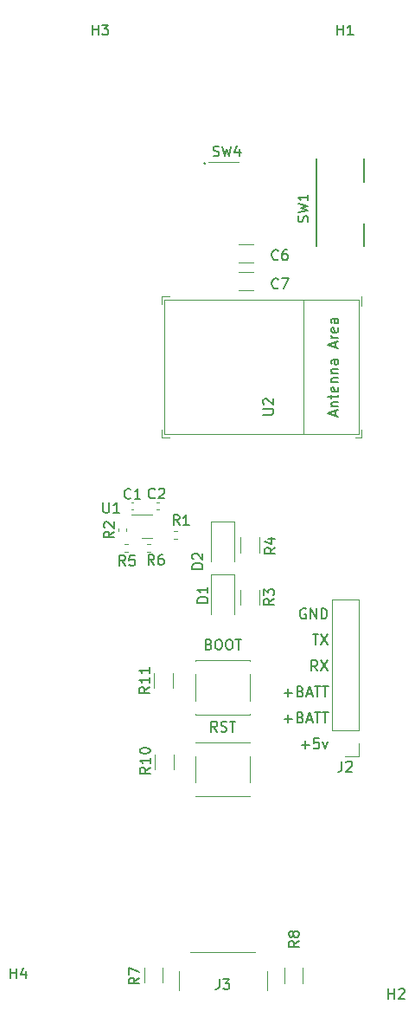
<source format=gbr>
%TF.GenerationSoftware,KiCad,Pcbnew,7.0.2-0*%
%TF.CreationDate,2023-06-17T13:30:50-07:00*%
%TF.ProjectId,camera-clicker,63616d65-7261-42d6-936c-69636b65722e,rev?*%
%TF.SameCoordinates,Original*%
%TF.FileFunction,Legend,Top*%
%TF.FilePolarity,Positive*%
%FSLAX46Y46*%
G04 Gerber Fmt 4.6, Leading zero omitted, Abs format (unit mm)*
G04 Created by KiCad (PCBNEW 7.0.2-0) date 2023-06-17 13:30:50*
%MOMM*%
%LPD*%
G01*
G04 APERTURE LIST*
%ADD10C,0.150000*%
%ADD11C,0.120000*%
%ADD12C,0.130000*%
G04 APERTURE END LIST*
D10*
X152136666Y-97362738D02*
X152041428Y-97315119D01*
X152041428Y-97315119D02*
X151898571Y-97315119D01*
X151898571Y-97315119D02*
X151755714Y-97362738D01*
X151755714Y-97362738D02*
X151660476Y-97457976D01*
X151660476Y-97457976D02*
X151612857Y-97553214D01*
X151612857Y-97553214D02*
X151565238Y-97743690D01*
X151565238Y-97743690D02*
X151565238Y-97886547D01*
X151565238Y-97886547D02*
X151612857Y-98077023D01*
X151612857Y-98077023D02*
X151660476Y-98172261D01*
X151660476Y-98172261D02*
X151755714Y-98267500D01*
X151755714Y-98267500D02*
X151898571Y-98315119D01*
X151898571Y-98315119D02*
X151993809Y-98315119D01*
X151993809Y-98315119D02*
X152136666Y-98267500D01*
X152136666Y-98267500D02*
X152184285Y-98219880D01*
X152184285Y-98219880D02*
X152184285Y-97886547D01*
X152184285Y-97886547D02*
X151993809Y-97886547D01*
X152612857Y-98315119D02*
X152612857Y-97315119D01*
X152612857Y-97315119D02*
X153184285Y-98315119D01*
X153184285Y-98315119D02*
X153184285Y-97315119D01*
X153660476Y-98315119D02*
X153660476Y-97315119D01*
X153660476Y-97315119D02*
X153898571Y-97315119D01*
X153898571Y-97315119D02*
X154041428Y-97362738D01*
X154041428Y-97362738D02*
X154136666Y-97457976D01*
X154136666Y-97457976D02*
X154184285Y-97553214D01*
X154184285Y-97553214D02*
X154231904Y-97743690D01*
X154231904Y-97743690D02*
X154231904Y-97886547D01*
X154231904Y-97886547D02*
X154184285Y-98077023D01*
X154184285Y-98077023D02*
X154136666Y-98172261D01*
X154136666Y-98172261D02*
X154041428Y-98267500D01*
X154041428Y-98267500D02*
X153898571Y-98315119D01*
X153898571Y-98315119D02*
X153660476Y-98315119D01*
X153279523Y-103395119D02*
X152946190Y-102918928D01*
X152708095Y-103395119D02*
X152708095Y-102395119D01*
X152708095Y-102395119D02*
X153089047Y-102395119D01*
X153089047Y-102395119D02*
X153184285Y-102442738D01*
X153184285Y-102442738D02*
X153231904Y-102490357D01*
X153231904Y-102490357D02*
X153279523Y-102585595D01*
X153279523Y-102585595D02*
X153279523Y-102728452D01*
X153279523Y-102728452D02*
X153231904Y-102823690D01*
X153231904Y-102823690D02*
X153184285Y-102871309D01*
X153184285Y-102871309D02*
X153089047Y-102918928D01*
X153089047Y-102918928D02*
X152708095Y-102918928D01*
X153612857Y-102395119D02*
X154279523Y-103395119D01*
X154279523Y-102395119D02*
X153612857Y-103395119D01*
X151708095Y-110634166D02*
X152470000Y-110634166D01*
X152089047Y-111015119D02*
X152089047Y-110253214D01*
X153422380Y-110015119D02*
X152946190Y-110015119D01*
X152946190Y-110015119D02*
X152898571Y-110491309D01*
X152898571Y-110491309D02*
X152946190Y-110443690D01*
X152946190Y-110443690D02*
X153041428Y-110396071D01*
X153041428Y-110396071D02*
X153279523Y-110396071D01*
X153279523Y-110396071D02*
X153374761Y-110443690D01*
X153374761Y-110443690D02*
X153422380Y-110491309D01*
X153422380Y-110491309D02*
X153469999Y-110586547D01*
X153469999Y-110586547D02*
X153469999Y-110824642D01*
X153469999Y-110824642D02*
X153422380Y-110919880D01*
X153422380Y-110919880D02*
X153374761Y-110967500D01*
X153374761Y-110967500D02*
X153279523Y-111015119D01*
X153279523Y-111015119D02*
X153041428Y-111015119D01*
X153041428Y-111015119D02*
X152946190Y-110967500D01*
X152946190Y-110967500D02*
X152898571Y-110919880D01*
X153803333Y-110348452D02*
X154041428Y-111015119D01*
X154041428Y-111015119D02*
X154279523Y-110348452D01*
X152803333Y-99855119D02*
X153374761Y-99855119D01*
X153089047Y-100855119D02*
X153089047Y-99855119D01*
X153612857Y-99855119D02*
X154279523Y-100855119D01*
X154279523Y-99855119D02*
X153612857Y-100855119D01*
X150041428Y-105554166D02*
X150803333Y-105554166D01*
X150422380Y-105935119D02*
X150422380Y-105173214D01*
X151612856Y-105411309D02*
X151755713Y-105458928D01*
X151755713Y-105458928D02*
X151803332Y-105506547D01*
X151803332Y-105506547D02*
X151850951Y-105601785D01*
X151850951Y-105601785D02*
X151850951Y-105744642D01*
X151850951Y-105744642D02*
X151803332Y-105839880D01*
X151803332Y-105839880D02*
X151755713Y-105887500D01*
X151755713Y-105887500D02*
X151660475Y-105935119D01*
X151660475Y-105935119D02*
X151279523Y-105935119D01*
X151279523Y-105935119D02*
X151279523Y-104935119D01*
X151279523Y-104935119D02*
X151612856Y-104935119D01*
X151612856Y-104935119D02*
X151708094Y-104982738D01*
X151708094Y-104982738D02*
X151755713Y-105030357D01*
X151755713Y-105030357D02*
X151803332Y-105125595D01*
X151803332Y-105125595D02*
X151803332Y-105220833D01*
X151803332Y-105220833D02*
X151755713Y-105316071D01*
X151755713Y-105316071D02*
X151708094Y-105363690D01*
X151708094Y-105363690D02*
X151612856Y-105411309D01*
X151612856Y-105411309D02*
X151279523Y-105411309D01*
X152231904Y-105649404D02*
X152708094Y-105649404D01*
X152136666Y-105935119D02*
X152469999Y-104935119D01*
X152469999Y-104935119D02*
X152803332Y-105935119D01*
X152993809Y-104935119D02*
X153565237Y-104935119D01*
X153279523Y-105935119D02*
X153279523Y-104935119D01*
X153755714Y-104935119D02*
X154327142Y-104935119D01*
X154041428Y-105935119D02*
X154041428Y-104935119D01*
X150048095Y-108094166D02*
X150810000Y-108094166D01*
X150429047Y-108475119D02*
X150429047Y-107713214D01*
X151619523Y-107951309D02*
X151762380Y-107998928D01*
X151762380Y-107998928D02*
X151809999Y-108046547D01*
X151809999Y-108046547D02*
X151857618Y-108141785D01*
X151857618Y-108141785D02*
X151857618Y-108284642D01*
X151857618Y-108284642D02*
X151809999Y-108379880D01*
X151809999Y-108379880D02*
X151762380Y-108427500D01*
X151762380Y-108427500D02*
X151667142Y-108475119D01*
X151667142Y-108475119D02*
X151286190Y-108475119D01*
X151286190Y-108475119D02*
X151286190Y-107475119D01*
X151286190Y-107475119D02*
X151619523Y-107475119D01*
X151619523Y-107475119D02*
X151714761Y-107522738D01*
X151714761Y-107522738D02*
X151762380Y-107570357D01*
X151762380Y-107570357D02*
X151809999Y-107665595D01*
X151809999Y-107665595D02*
X151809999Y-107760833D01*
X151809999Y-107760833D02*
X151762380Y-107856071D01*
X151762380Y-107856071D02*
X151714761Y-107903690D01*
X151714761Y-107903690D02*
X151619523Y-107951309D01*
X151619523Y-107951309D02*
X151286190Y-107951309D01*
X152238571Y-108189404D02*
X152714761Y-108189404D01*
X152143333Y-108475119D02*
X152476666Y-107475119D01*
X152476666Y-107475119D02*
X152809999Y-108475119D01*
X153000476Y-107475119D02*
X153571904Y-107475119D01*
X153286190Y-108475119D02*
X153286190Y-107475119D01*
X153762381Y-107475119D02*
X154333809Y-107475119D01*
X154048095Y-108475119D02*
X154048095Y-107475119D01*
%TO.C,D1*%
X142532619Y-96738094D02*
X141532619Y-96738094D01*
X141532619Y-96738094D02*
X141532619Y-96499999D01*
X141532619Y-96499999D02*
X141580238Y-96357142D01*
X141580238Y-96357142D02*
X141675476Y-96261904D01*
X141675476Y-96261904D02*
X141770714Y-96214285D01*
X141770714Y-96214285D02*
X141961190Y-96166666D01*
X141961190Y-96166666D02*
X142104047Y-96166666D01*
X142104047Y-96166666D02*
X142294523Y-96214285D01*
X142294523Y-96214285D02*
X142389761Y-96261904D01*
X142389761Y-96261904D02*
X142485000Y-96357142D01*
X142485000Y-96357142D02*
X142532619Y-96499999D01*
X142532619Y-96499999D02*
X142532619Y-96738094D01*
X142532619Y-95214285D02*
X142532619Y-95785713D01*
X142532619Y-95499999D02*
X141532619Y-95499999D01*
X141532619Y-95499999D02*
X141675476Y-95595237D01*
X141675476Y-95595237D02*
X141770714Y-95690475D01*
X141770714Y-95690475D02*
X141818333Y-95785713D01*
%TO.C,U2*%
X147962619Y-78361904D02*
X148772142Y-78361904D01*
X148772142Y-78361904D02*
X148867380Y-78314285D01*
X148867380Y-78314285D02*
X148915000Y-78266666D01*
X148915000Y-78266666D02*
X148962619Y-78171428D01*
X148962619Y-78171428D02*
X148962619Y-77980952D01*
X148962619Y-77980952D02*
X148915000Y-77885714D01*
X148915000Y-77885714D02*
X148867380Y-77838095D01*
X148867380Y-77838095D02*
X148772142Y-77790476D01*
X148772142Y-77790476D02*
X147962619Y-77790476D01*
X148057857Y-77361904D02*
X148010238Y-77314285D01*
X148010238Y-77314285D02*
X147962619Y-77219047D01*
X147962619Y-77219047D02*
X147962619Y-76980952D01*
X147962619Y-76980952D02*
X148010238Y-76885714D01*
X148010238Y-76885714D02*
X148057857Y-76838095D01*
X148057857Y-76838095D02*
X148153095Y-76790476D01*
X148153095Y-76790476D02*
X148248333Y-76790476D01*
X148248333Y-76790476D02*
X148391190Y-76838095D01*
X148391190Y-76838095D02*
X148962619Y-77409523D01*
X148962619Y-77409523D02*
X148962619Y-76790476D01*
X155026904Y-78461905D02*
X155026904Y-77985715D01*
X155312619Y-78557143D02*
X154312619Y-78223810D01*
X154312619Y-78223810D02*
X155312619Y-77890477D01*
X154645952Y-77557143D02*
X155312619Y-77557143D01*
X154741190Y-77557143D02*
X154693571Y-77509524D01*
X154693571Y-77509524D02*
X154645952Y-77414286D01*
X154645952Y-77414286D02*
X154645952Y-77271429D01*
X154645952Y-77271429D02*
X154693571Y-77176191D01*
X154693571Y-77176191D02*
X154788809Y-77128572D01*
X154788809Y-77128572D02*
X155312619Y-77128572D01*
X154645952Y-76795238D02*
X154645952Y-76414286D01*
X154312619Y-76652381D02*
X155169761Y-76652381D01*
X155169761Y-76652381D02*
X155265000Y-76604762D01*
X155265000Y-76604762D02*
X155312619Y-76509524D01*
X155312619Y-76509524D02*
X155312619Y-76414286D01*
X155265000Y-75700000D02*
X155312619Y-75795238D01*
X155312619Y-75795238D02*
X155312619Y-75985714D01*
X155312619Y-75985714D02*
X155265000Y-76080952D01*
X155265000Y-76080952D02*
X155169761Y-76128571D01*
X155169761Y-76128571D02*
X154788809Y-76128571D01*
X154788809Y-76128571D02*
X154693571Y-76080952D01*
X154693571Y-76080952D02*
X154645952Y-75985714D01*
X154645952Y-75985714D02*
X154645952Y-75795238D01*
X154645952Y-75795238D02*
X154693571Y-75700000D01*
X154693571Y-75700000D02*
X154788809Y-75652381D01*
X154788809Y-75652381D02*
X154884047Y-75652381D01*
X154884047Y-75652381D02*
X154979285Y-76128571D01*
X154645952Y-75223809D02*
X155312619Y-75223809D01*
X154741190Y-75223809D02*
X154693571Y-75176190D01*
X154693571Y-75176190D02*
X154645952Y-75080952D01*
X154645952Y-75080952D02*
X154645952Y-74938095D01*
X154645952Y-74938095D02*
X154693571Y-74842857D01*
X154693571Y-74842857D02*
X154788809Y-74795238D01*
X154788809Y-74795238D02*
X155312619Y-74795238D01*
X154645952Y-74319047D02*
X155312619Y-74319047D01*
X154741190Y-74319047D02*
X154693571Y-74271428D01*
X154693571Y-74271428D02*
X154645952Y-74176190D01*
X154645952Y-74176190D02*
X154645952Y-74033333D01*
X154645952Y-74033333D02*
X154693571Y-73938095D01*
X154693571Y-73938095D02*
X154788809Y-73890476D01*
X154788809Y-73890476D02*
X155312619Y-73890476D01*
X155312619Y-72985714D02*
X154788809Y-72985714D01*
X154788809Y-72985714D02*
X154693571Y-73033333D01*
X154693571Y-73033333D02*
X154645952Y-73128571D01*
X154645952Y-73128571D02*
X154645952Y-73319047D01*
X154645952Y-73319047D02*
X154693571Y-73414285D01*
X155265000Y-72985714D02*
X155312619Y-73080952D01*
X155312619Y-73080952D02*
X155312619Y-73319047D01*
X155312619Y-73319047D02*
X155265000Y-73414285D01*
X155265000Y-73414285D02*
X155169761Y-73461904D01*
X155169761Y-73461904D02*
X155074523Y-73461904D01*
X155074523Y-73461904D02*
X154979285Y-73414285D01*
X154979285Y-73414285D02*
X154931666Y-73319047D01*
X154931666Y-73319047D02*
X154931666Y-73080952D01*
X154931666Y-73080952D02*
X154884047Y-72985714D01*
X155026904Y-71795237D02*
X155026904Y-71319047D01*
X155312619Y-71890475D02*
X154312619Y-71557142D01*
X154312619Y-71557142D02*
X155312619Y-71223809D01*
X155312619Y-70890475D02*
X154645952Y-70890475D01*
X154836428Y-70890475D02*
X154741190Y-70842856D01*
X154741190Y-70842856D02*
X154693571Y-70795237D01*
X154693571Y-70795237D02*
X154645952Y-70699999D01*
X154645952Y-70699999D02*
X154645952Y-70604761D01*
X155265000Y-69890475D02*
X155312619Y-69985713D01*
X155312619Y-69985713D02*
X155312619Y-70176189D01*
X155312619Y-70176189D02*
X155265000Y-70271427D01*
X155265000Y-70271427D02*
X155169761Y-70319046D01*
X155169761Y-70319046D02*
X154788809Y-70319046D01*
X154788809Y-70319046D02*
X154693571Y-70271427D01*
X154693571Y-70271427D02*
X154645952Y-70176189D01*
X154645952Y-70176189D02*
X154645952Y-69985713D01*
X154645952Y-69985713D02*
X154693571Y-69890475D01*
X154693571Y-69890475D02*
X154788809Y-69842856D01*
X154788809Y-69842856D02*
X154884047Y-69842856D01*
X154884047Y-69842856D02*
X154979285Y-70319046D01*
X155312619Y-68985713D02*
X154788809Y-68985713D01*
X154788809Y-68985713D02*
X154693571Y-69033332D01*
X154693571Y-69033332D02*
X154645952Y-69128570D01*
X154645952Y-69128570D02*
X154645952Y-69319046D01*
X154645952Y-69319046D02*
X154693571Y-69414284D01*
X155265000Y-68985713D02*
X155312619Y-69080951D01*
X155312619Y-69080951D02*
X155312619Y-69319046D01*
X155312619Y-69319046D02*
X155265000Y-69414284D01*
X155265000Y-69414284D02*
X155169761Y-69461903D01*
X155169761Y-69461903D02*
X155074523Y-69461903D01*
X155074523Y-69461903D02*
X154979285Y-69414284D01*
X154979285Y-69414284D02*
X154931666Y-69319046D01*
X154931666Y-69319046D02*
X154931666Y-69080951D01*
X154931666Y-69080951D02*
X154884047Y-68985713D01*
%TO.C,U1*%
X132298095Y-86962619D02*
X132298095Y-87772142D01*
X132298095Y-87772142D02*
X132345714Y-87867380D01*
X132345714Y-87867380D02*
X132393333Y-87915000D01*
X132393333Y-87915000D02*
X132488571Y-87962619D01*
X132488571Y-87962619D02*
X132679047Y-87962619D01*
X132679047Y-87962619D02*
X132774285Y-87915000D01*
X132774285Y-87915000D02*
X132821904Y-87867380D01*
X132821904Y-87867380D02*
X132869523Y-87772142D01*
X132869523Y-87772142D02*
X132869523Y-86962619D01*
X133869523Y-87962619D02*
X133298095Y-87962619D01*
X133583809Y-87962619D02*
X133583809Y-86962619D01*
X133583809Y-86962619D02*
X133488571Y-87105476D01*
X133488571Y-87105476D02*
X133393333Y-87200714D01*
X133393333Y-87200714D02*
X133298095Y-87248333D01*
%TO.C,H4*%
X123238095Y-133462619D02*
X123238095Y-132462619D01*
X123238095Y-132938809D02*
X123809523Y-132938809D01*
X123809523Y-133462619D02*
X123809523Y-132462619D01*
X124714285Y-132795952D02*
X124714285Y-133462619D01*
X124476190Y-132415000D02*
X124238095Y-133129285D01*
X124238095Y-133129285D02*
X124857142Y-133129285D01*
%TO.C,SW1*%
X152315000Y-59533332D02*
X152362619Y-59390475D01*
X152362619Y-59390475D02*
X152362619Y-59152380D01*
X152362619Y-59152380D02*
X152315000Y-59057142D01*
X152315000Y-59057142D02*
X152267380Y-59009523D01*
X152267380Y-59009523D02*
X152172142Y-58961904D01*
X152172142Y-58961904D02*
X152076904Y-58961904D01*
X152076904Y-58961904D02*
X151981666Y-59009523D01*
X151981666Y-59009523D02*
X151934047Y-59057142D01*
X151934047Y-59057142D02*
X151886428Y-59152380D01*
X151886428Y-59152380D02*
X151838809Y-59342856D01*
X151838809Y-59342856D02*
X151791190Y-59438094D01*
X151791190Y-59438094D02*
X151743571Y-59485713D01*
X151743571Y-59485713D02*
X151648333Y-59533332D01*
X151648333Y-59533332D02*
X151553095Y-59533332D01*
X151553095Y-59533332D02*
X151457857Y-59485713D01*
X151457857Y-59485713D02*
X151410238Y-59438094D01*
X151410238Y-59438094D02*
X151362619Y-59342856D01*
X151362619Y-59342856D02*
X151362619Y-59104761D01*
X151362619Y-59104761D02*
X151410238Y-58961904D01*
X151362619Y-58628570D02*
X152362619Y-58390475D01*
X152362619Y-58390475D02*
X151648333Y-58199999D01*
X151648333Y-58199999D02*
X152362619Y-58009523D01*
X152362619Y-58009523D02*
X151362619Y-57771428D01*
X152362619Y-56866666D02*
X152362619Y-57438094D01*
X152362619Y-57152380D02*
X151362619Y-57152380D01*
X151362619Y-57152380D02*
X151505476Y-57247618D01*
X151505476Y-57247618D02*
X151600714Y-57342856D01*
X151600714Y-57342856D02*
X151648333Y-57438094D01*
%TO.C,J3*%
X143666666Y-133532619D02*
X143666666Y-134246904D01*
X143666666Y-134246904D02*
X143619047Y-134389761D01*
X143619047Y-134389761D02*
X143523809Y-134485000D01*
X143523809Y-134485000D02*
X143380952Y-134532619D01*
X143380952Y-134532619D02*
X143285714Y-134532619D01*
X144047619Y-133532619D02*
X144666666Y-133532619D01*
X144666666Y-133532619D02*
X144333333Y-133913571D01*
X144333333Y-133913571D02*
X144476190Y-133913571D01*
X144476190Y-133913571D02*
X144571428Y-133961190D01*
X144571428Y-133961190D02*
X144619047Y-134008809D01*
X144619047Y-134008809D02*
X144666666Y-134104047D01*
X144666666Y-134104047D02*
X144666666Y-134342142D01*
X144666666Y-134342142D02*
X144619047Y-134437380D01*
X144619047Y-134437380D02*
X144571428Y-134485000D01*
X144571428Y-134485000D02*
X144476190Y-134532619D01*
X144476190Y-134532619D02*
X144190476Y-134532619D01*
X144190476Y-134532619D02*
X144095238Y-134485000D01*
X144095238Y-134485000D02*
X144047619Y-134437380D01*
%TO.C,R7*%
X135832619Y-133406666D02*
X135356428Y-133739999D01*
X135832619Y-133978094D02*
X134832619Y-133978094D01*
X134832619Y-133978094D02*
X134832619Y-133597142D01*
X134832619Y-133597142D02*
X134880238Y-133501904D01*
X134880238Y-133501904D02*
X134927857Y-133454285D01*
X134927857Y-133454285D02*
X135023095Y-133406666D01*
X135023095Y-133406666D02*
X135165952Y-133406666D01*
X135165952Y-133406666D02*
X135261190Y-133454285D01*
X135261190Y-133454285D02*
X135308809Y-133501904D01*
X135308809Y-133501904D02*
X135356428Y-133597142D01*
X135356428Y-133597142D02*
X135356428Y-133978094D01*
X134832619Y-133073332D02*
X134832619Y-132406666D01*
X134832619Y-132406666D02*
X135832619Y-132835237D01*
%TO.C,C1*%
X134993333Y-86507380D02*
X134945714Y-86555000D01*
X134945714Y-86555000D02*
X134802857Y-86602619D01*
X134802857Y-86602619D02*
X134707619Y-86602619D01*
X134707619Y-86602619D02*
X134564762Y-86555000D01*
X134564762Y-86555000D02*
X134469524Y-86459761D01*
X134469524Y-86459761D02*
X134421905Y-86364523D01*
X134421905Y-86364523D02*
X134374286Y-86174047D01*
X134374286Y-86174047D02*
X134374286Y-86031190D01*
X134374286Y-86031190D02*
X134421905Y-85840714D01*
X134421905Y-85840714D02*
X134469524Y-85745476D01*
X134469524Y-85745476D02*
X134564762Y-85650238D01*
X134564762Y-85650238D02*
X134707619Y-85602619D01*
X134707619Y-85602619D02*
X134802857Y-85602619D01*
X134802857Y-85602619D02*
X134945714Y-85650238D01*
X134945714Y-85650238D02*
X134993333Y-85697857D01*
X135945714Y-86602619D02*
X135374286Y-86602619D01*
X135660000Y-86602619D02*
X135660000Y-85602619D01*
X135660000Y-85602619D02*
X135564762Y-85745476D01*
X135564762Y-85745476D02*
X135469524Y-85840714D01*
X135469524Y-85840714D02*
X135374286Y-85888333D01*
%TO.C,J2*%
X155666666Y-112242619D02*
X155666666Y-112956904D01*
X155666666Y-112956904D02*
X155619047Y-113099761D01*
X155619047Y-113099761D02*
X155523809Y-113195000D01*
X155523809Y-113195000D02*
X155380952Y-113242619D01*
X155380952Y-113242619D02*
X155285714Y-113242619D01*
X156095238Y-112337857D02*
X156142857Y-112290238D01*
X156142857Y-112290238D02*
X156238095Y-112242619D01*
X156238095Y-112242619D02*
X156476190Y-112242619D01*
X156476190Y-112242619D02*
X156571428Y-112290238D01*
X156571428Y-112290238D02*
X156619047Y-112337857D01*
X156619047Y-112337857D02*
X156666666Y-112433095D01*
X156666666Y-112433095D02*
X156666666Y-112528333D01*
X156666666Y-112528333D02*
X156619047Y-112671190D01*
X156619047Y-112671190D02*
X156047619Y-113242619D01*
X156047619Y-113242619D02*
X156666666Y-113242619D01*
%TO.C,SW4*%
X143076667Y-53065000D02*
X143219524Y-53112619D01*
X143219524Y-53112619D02*
X143457619Y-53112619D01*
X143457619Y-53112619D02*
X143552857Y-53065000D01*
X143552857Y-53065000D02*
X143600476Y-53017380D01*
X143600476Y-53017380D02*
X143648095Y-52922142D01*
X143648095Y-52922142D02*
X143648095Y-52826904D01*
X143648095Y-52826904D02*
X143600476Y-52731666D01*
X143600476Y-52731666D02*
X143552857Y-52684047D01*
X143552857Y-52684047D02*
X143457619Y-52636428D01*
X143457619Y-52636428D02*
X143267143Y-52588809D01*
X143267143Y-52588809D02*
X143171905Y-52541190D01*
X143171905Y-52541190D02*
X143124286Y-52493571D01*
X143124286Y-52493571D02*
X143076667Y-52398333D01*
X143076667Y-52398333D02*
X143076667Y-52303095D01*
X143076667Y-52303095D02*
X143124286Y-52207857D01*
X143124286Y-52207857D02*
X143171905Y-52160238D01*
X143171905Y-52160238D02*
X143267143Y-52112619D01*
X143267143Y-52112619D02*
X143505238Y-52112619D01*
X143505238Y-52112619D02*
X143648095Y-52160238D01*
X143981429Y-52112619D02*
X144219524Y-53112619D01*
X144219524Y-53112619D02*
X144410000Y-52398333D01*
X144410000Y-52398333D02*
X144600476Y-53112619D01*
X144600476Y-53112619D02*
X144838572Y-52112619D01*
X145648095Y-52445952D02*
X145648095Y-53112619D01*
X145410000Y-52065000D02*
X145171905Y-52779285D01*
X145171905Y-52779285D02*
X145790952Y-52779285D01*
%TO.C,H1*%
X155238095Y-41262619D02*
X155238095Y-40262619D01*
X155238095Y-40738809D02*
X155809523Y-40738809D01*
X155809523Y-41262619D02*
X155809523Y-40262619D01*
X156809523Y-41262619D02*
X156238095Y-41262619D01*
X156523809Y-41262619D02*
X156523809Y-40262619D01*
X156523809Y-40262619D02*
X156428571Y-40405476D01*
X156428571Y-40405476D02*
X156333333Y-40500714D01*
X156333333Y-40500714D02*
X156238095Y-40548333D01*
%TO.C,SW3*%
X143452380Y-109352619D02*
X143119047Y-108876428D01*
X142880952Y-109352619D02*
X142880952Y-108352619D01*
X142880952Y-108352619D02*
X143261904Y-108352619D01*
X143261904Y-108352619D02*
X143357142Y-108400238D01*
X143357142Y-108400238D02*
X143404761Y-108447857D01*
X143404761Y-108447857D02*
X143452380Y-108543095D01*
X143452380Y-108543095D02*
X143452380Y-108685952D01*
X143452380Y-108685952D02*
X143404761Y-108781190D01*
X143404761Y-108781190D02*
X143357142Y-108828809D01*
X143357142Y-108828809D02*
X143261904Y-108876428D01*
X143261904Y-108876428D02*
X142880952Y-108876428D01*
X143833333Y-109305000D02*
X143976190Y-109352619D01*
X143976190Y-109352619D02*
X144214285Y-109352619D01*
X144214285Y-109352619D02*
X144309523Y-109305000D01*
X144309523Y-109305000D02*
X144357142Y-109257380D01*
X144357142Y-109257380D02*
X144404761Y-109162142D01*
X144404761Y-109162142D02*
X144404761Y-109066904D01*
X144404761Y-109066904D02*
X144357142Y-108971666D01*
X144357142Y-108971666D02*
X144309523Y-108924047D01*
X144309523Y-108924047D02*
X144214285Y-108876428D01*
X144214285Y-108876428D02*
X144023809Y-108828809D01*
X144023809Y-108828809D02*
X143928571Y-108781190D01*
X143928571Y-108781190D02*
X143880952Y-108733571D01*
X143880952Y-108733571D02*
X143833333Y-108638333D01*
X143833333Y-108638333D02*
X143833333Y-108543095D01*
X143833333Y-108543095D02*
X143880952Y-108447857D01*
X143880952Y-108447857D02*
X143928571Y-108400238D01*
X143928571Y-108400238D02*
X144023809Y-108352619D01*
X144023809Y-108352619D02*
X144261904Y-108352619D01*
X144261904Y-108352619D02*
X144404761Y-108400238D01*
X144690476Y-108352619D02*
X145261904Y-108352619D01*
X144976190Y-109352619D02*
X144976190Y-108352619D01*
%TO.C,D2*%
X142032619Y-93438094D02*
X141032619Y-93438094D01*
X141032619Y-93438094D02*
X141032619Y-93199999D01*
X141032619Y-93199999D02*
X141080238Y-93057142D01*
X141080238Y-93057142D02*
X141175476Y-92961904D01*
X141175476Y-92961904D02*
X141270714Y-92914285D01*
X141270714Y-92914285D02*
X141461190Y-92866666D01*
X141461190Y-92866666D02*
X141604047Y-92866666D01*
X141604047Y-92866666D02*
X141794523Y-92914285D01*
X141794523Y-92914285D02*
X141889761Y-92961904D01*
X141889761Y-92961904D02*
X141985000Y-93057142D01*
X141985000Y-93057142D02*
X142032619Y-93199999D01*
X142032619Y-93199999D02*
X142032619Y-93438094D01*
X141127857Y-92485713D02*
X141080238Y-92438094D01*
X141080238Y-92438094D02*
X141032619Y-92342856D01*
X141032619Y-92342856D02*
X141032619Y-92104761D01*
X141032619Y-92104761D02*
X141080238Y-92009523D01*
X141080238Y-92009523D02*
X141127857Y-91961904D01*
X141127857Y-91961904D02*
X141223095Y-91914285D01*
X141223095Y-91914285D02*
X141318333Y-91914285D01*
X141318333Y-91914285D02*
X141461190Y-91961904D01*
X141461190Y-91961904D02*
X142032619Y-92533332D01*
X142032619Y-92533332D02*
X142032619Y-91914285D01*
%TO.C,H3*%
X131238095Y-41262619D02*
X131238095Y-40262619D01*
X131238095Y-40738809D02*
X131809523Y-40738809D01*
X131809523Y-41262619D02*
X131809523Y-40262619D01*
X132190476Y-40262619D02*
X132809523Y-40262619D01*
X132809523Y-40262619D02*
X132476190Y-40643571D01*
X132476190Y-40643571D02*
X132619047Y-40643571D01*
X132619047Y-40643571D02*
X132714285Y-40691190D01*
X132714285Y-40691190D02*
X132761904Y-40738809D01*
X132761904Y-40738809D02*
X132809523Y-40834047D01*
X132809523Y-40834047D02*
X132809523Y-41072142D01*
X132809523Y-41072142D02*
X132761904Y-41167380D01*
X132761904Y-41167380D02*
X132714285Y-41215000D01*
X132714285Y-41215000D02*
X132619047Y-41262619D01*
X132619047Y-41262619D02*
X132333333Y-41262619D01*
X132333333Y-41262619D02*
X132238095Y-41215000D01*
X132238095Y-41215000D02*
X132190476Y-41167380D01*
%TO.C,R10*%
X136892619Y-112842857D02*
X136416428Y-113176190D01*
X136892619Y-113414285D02*
X135892619Y-113414285D01*
X135892619Y-113414285D02*
X135892619Y-113033333D01*
X135892619Y-113033333D02*
X135940238Y-112938095D01*
X135940238Y-112938095D02*
X135987857Y-112890476D01*
X135987857Y-112890476D02*
X136083095Y-112842857D01*
X136083095Y-112842857D02*
X136225952Y-112842857D01*
X136225952Y-112842857D02*
X136321190Y-112890476D01*
X136321190Y-112890476D02*
X136368809Y-112938095D01*
X136368809Y-112938095D02*
X136416428Y-113033333D01*
X136416428Y-113033333D02*
X136416428Y-113414285D01*
X136892619Y-111890476D02*
X136892619Y-112461904D01*
X136892619Y-112176190D02*
X135892619Y-112176190D01*
X135892619Y-112176190D02*
X136035476Y-112271428D01*
X136035476Y-112271428D02*
X136130714Y-112366666D01*
X136130714Y-112366666D02*
X136178333Y-112461904D01*
X135892619Y-111271428D02*
X135892619Y-111176190D01*
X135892619Y-111176190D02*
X135940238Y-111080952D01*
X135940238Y-111080952D02*
X135987857Y-111033333D01*
X135987857Y-111033333D02*
X136083095Y-110985714D01*
X136083095Y-110985714D02*
X136273571Y-110938095D01*
X136273571Y-110938095D02*
X136511666Y-110938095D01*
X136511666Y-110938095D02*
X136702142Y-110985714D01*
X136702142Y-110985714D02*
X136797380Y-111033333D01*
X136797380Y-111033333D02*
X136845000Y-111080952D01*
X136845000Y-111080952D02*
X136892619Y-111176190D01*
X136892619Y-111176190D02*
X136892619Y-111271428D01*
X136892619Y-111271428D02*
X136845000Y-111366666D01*
X136845000Y-111366666D02*
X136797380Y-111414285D01*
X136797380Y-111414285D02*
X136702142Y-111461904D01*
X136702142Y-111461904D02*
X136511666Y-111509523D01*
X136511666Y-111509523D02*
X136273571Y-111509523D01*
X136273571Y-111509523D02*
X136083095Y-111461904D01*
X136083095Y-111461904D02*
X135987857Y-111414285D01*
X135987857Y-111414285D02*
X135940238Y-111366666D01*
X135940238Y-111366666D02*
X135892619Y-111271428D01*
%TO.C,R6*%
X137293333Y-93042619D02*
X136960000Y-92566428D01*
X136721905Y-93042619D02*
X136721905Y-92042619D01*
X136721905Y-92042619D02*
X137102857Y-92042619D01*
X137102857Y-92042619D02*
X137198095Y-92090238D01*
X137198095Y-92090238D02*
X137245714Y-92137857D01*
X137245714Y-92137857D02*
X137293333Y-92233095D01*
X137293333Y-92233095D02*
X137293333Y-92375952D01*
X137293333Y-92375952D02*
X137245714Y-92471190D01*
X137245714Y-92471190D02*
X137198095Y-92518809D01*
X137198095Y-92518809D02*
X137102857Y-92566428D01*
X137102857Y-92566428D02*
X136721905Y-92566428D01*
X138150476Y-92042619D02*
X137960000Y-92042619D01*
X137960000Y-92042619D02*
X137864762Y-92090238D01*
X137864762Y-92090238D02*
X137817143Y-92137857D01*
X137817143Y-92137857D02*
X137721905Y-92280714D01*
X137721905Y-92280714D02*
X137674286Y-92471190D01*
X137674286Y-92471190D02*
X137674286Y-92852142D01*
X137674286Y-92852142D02*
X137721905Y-92947380D01*
X137721905Y-92947380D02*
X137769524Y-92995000D01*
X137769524Y-92995000D02*
X137864762Y-93042619D01*
X137864762Y-93042619D02*
X138055238Y-93042619D01*
X138055238Y-93042619D02*
X138150476Y-92995000D01*
X138150476Y-92995000D02*
X138198095Y-92947380D01*
X138198095Y-92947380D02*
X138245714Y-92852142D01*
X138245714Y-92852142D02*
X138245714Y-92614047D01*
X138245714Y-92614047D02*
X138198095Y-92518809D01*
X138198095Y-92518809D02*
X138150476Y-92471190D01*
X138150476Y-92471190D02*
X138055238Y-92423571D01*
X138055238Y-92423571D02*
X137864762Y-92423571D01*
X137864762Y-92423571D02*
X137769524Y-92471190D01*
X137769524Y-92471190D02*
X137721905Y-92518809D01*
X137721905Y-92518809D02*
X137674286Y-92614047D01*
%TO.C,C6*%
X149433333Y-63167380D02*
X149385714Y-63215000D01*
X149385714Y-63215000D02*
X149242857Y-63262619D01*
X149242857Y-63262619D02*
X149147619Y-63262619D01*
X149147619Y-63262619D02*
X149004762Y-63215000D01*
X149004762Y-63215000D02*
X148909524Y-63119761D01*
X148909524Y-63119761D02*
X148861905Y-63024523D01*
X148861905Y-63024523D02*
X148814286Y-62834047D01*
X148814286Y-62834047D02*
X148814286Y-62691190D01*
X148814286Y-62691190D02*
X148861905Y-62500714D01*
X148861905Y-62500714D02*
X148909524Y-62405476D01*
X148909524Y-62405476D02*
X149004762Y-62310238D01*
X149004762Y-62310238D02*
X149147619Y-62262619D01*
X149147619Y-62262619D02*
X149242857Y-62262619D01*
X149242857Y-62262619D02*
X149385714Y-62310238D01*
X149385714Y-62310238D02*
X149433333Y-62357857D01*
X150290476Y-62262619D02*
X150100000Y-62262619D01*
X150100000Y-62262619D02*
X150004762Y-62310238D01*
X150004762Y-62310238D02*
X149957143Y-62357857D01*
X149957143Y-62357857D02*
X149861905Y-62500714D01*
X149861905Y-62500714D02*
X149814286Y-62691190D01*
X149814286Y-62691190D02*
X149814286Y-63072142D01*
X149814286Y-63072142D02*
X149861905Y-63167380D01*
X149861905Y-63167380D02*
X149909524Y-63215000D01*
X149909524Y-63215000D02*
X150004762Y-63262619D01*
X150004762Y-63262619D02*
X150195238Y-63262619D01*
X150195238Y-63262619D02*
X150290476Y-63215000D01*
X150290476Y-63215000D02*
X150338095Y-63167380D01*
X150338095Y-63167380D02*
X150385714Y-63072142D01*
X150385714Y-63072142D02*
X150385714Y-62834047D01*
X150385714Y-62834047D02*
X150338095Y-62738809D01*
X150338095Y-62738809D02*
X150290476Y-62691190D01*
X150290476Y-62691190D02*
X150195238Y-62643571D01*
X150195238Y-62643571D02*
X150004762Y-62643571D01*
X150004762Y-62643571D02*
X149909524Y-62691190D01*
X149909524Y-62691190D02*
X149861905Y-62738809D01*
X149861905Y-62738809D02*
X149814286Y-62834047D01*
%TO.C,R3*%
X149032619Y-96366666D02*
X148556428Y-96699999D01*
X149032619Y-96938094D02*
X148032619Y-96938094D01*
X148032619Y-96938094D02*
X148032619Y-96557142D01*
X148032619Y-96557142D02*
X148080238Y-96461904D01*
X148080238Y-96461904D02*
X148127857Y-96414285D01*
X148127857Y-96414285D02*
X148223095Y-96366666D01*
X148223095Y-96366666D02*
X148365952Y-96366666D01*
X148365952Y-96366666D02*
X148461190Y-96414285D01*
X148461190Y-96414285D02*
X148508809Y-96461904D01*
X148508809Y-96461904D02*
X148556428Y-96557142D01*
X148556428Y-96557142D02*
X148556428Y-96938094D01*
X148032619Y-96033332D02*
X148032619Y-95414285D01*
X148032619Y-95414285D02*
X148413571Y-95747618D01*
X148413571Y-95747618D02*
X148413571Y-95604761D01*
X148413571Y-95604761D02*
X148461190Y-95509523D01*
X148461190Y-95509523D02*
X148508809Y-95461904D01*
X148508809Y-95461904D02*
X148604047Y-95414285D01*
X148604047Y-95414285D02*
X148842142Y-95414285D01*
X148842142Y-95414285D02*
X148937380Y-95461904D01*
X148937380Y-95461904D02*
X148985000Y-95509523D01*
X148985000Y-95509523D02*
X149032619Y-95604761D01*
X149032619Y-95604761D02*
X149032619Y-95890475D01*
X149032619Y-95890475D02*
X148985000Y-95985713D01*
X148985000Y-95985713D02*
X148937380Y-96033332D01*
%TO.C,R5*%
X134463333Y-93132619D02*
X134130000Y-92656428D01*
X133891905Y-93132619D02*
X133891905Y-92132619D01*
X133891905Y-92132619D02*
X134272857Y-92132619D01*
X134272857Y-92132619D02*
X134368095Y-92180238D01*
X134368095Y-92180238D02*
X134415714Y-92227857D01*
X134415714Y-92227857D02*
X134463333Y-92323095D01*
X134463333Y-92323095D02*
X134463333Y-92465952D01*
X134463333Y-92465952D02*
X134415714Y-92561190D01*
X134415714Y-92561190D02*
X134368095Y-92608809D01*
X134368095Y-92608809D02*
X134272857Y-92656428D01*
X134272857Y-92656428D02*
X133891905Y-92656428D01*
X135368095Y-92132619D02*
X134891905Y-92132619D01*
X134891905Y-92132619D02*
X134844286Y-92608809D01*
X134844286Y-92608809D02*
X134891905Y-92561190D01*
X134891905Y-92561190D02*
X134987143Y-92513571D01*
X134987143Y-92513571D02*
X135225238Y-92513571D01*
X135225238Y-92513571D02*
X135320476Y-92561190D01*
X135320476Y-92561190D02*
X135368095Y-92608809D01*
X135368095Y-92608809D02*
X135415714Y-92704047D01*
X135415714Y-92704047D02*
X135415714Y-92942142D01*
X135415714Y-92942142D02*
X135368095Y-93037380D01*
X135368095Y-93037380D02*
X135320476Y-93085000D01*
X135320476Y-93085000D02*
X135225238Y-93132619D01*
X135225238Y-93132619D02*
X134987143Y-93132619D01*
X134987143Y-93132619D02*
X134891905Y-93085000D01*
X134891905Y-93085000D02*
X134844286Y-93037380D01*
%TO.C,R2*%
X133362619Y-89806666D02*
X132886428Y-90139999D01*
X133362619Y-90378094D02*
X132362619Y-90378094D01*
X132362619Y-90378094D02*
X132362619Y-89997142D01*
X132362619Y-89997142D02*
X132410238Y-89901904D01*
X132410238Y-89901904D02*
X132457857Y-89854285D01*
X132457857Y-89854285D02*
X132553095Y-89806666D01*
X132553095Y-89806666D02*
X132695952Y-89806666D01*
X132695952Y-89806666D02*
X132791190Y-89854285D01*
X132791190Y-89854285D02*
X132838809Y-89901904D01*
X132838809Y-89901904D02*
X132886428Y-89997142D01*
X132886428Y-89997142D02*
X132886428Y-90378094D01*
X132457857Y-89425713D02*
X132410238Y-89378094D01*
X132410238Y-89378094D02*
X132362619Y-89282856D01*
X132362619Y-89282856D02*
X132362619Y-89044761D01*
X132362619Y-89044761D02*
X132410238Y-88949523D01*
X132410238Y-88949523D02*
X132457857Y-88901904D01*
X132457857Y-88901904D02*
X132553095Y-88854285D01*
X132553095Y-88854285D02*
X132648333Y-88854285D01*
X132648333Y-88854285D02*
X132791190Y-88901904D01*
X132791190Y-88901904D02*
X133362619Y-89473332D01*
X133362619Y-89473332D02*
X133362619Y-88854285D01*
%TO.C,H2*%
X160238095Y-135462619D02*
X160238095Y-134462619D01*
X160238095Y-134938809D02*
X160809523Y-134938809D01*
X160809523Y-135462619D02*
X160809523Y-134462619D01*
X161238095Y-134557857D02*
X161285714Y-134510238D01*
X161285714Y-134510238D02*
X161380952Y-134462619D01*
X161380952Y-134462619D02*
X161619047Y-134462619D01*
X161619047Y-134462619D02*
X161714285Y-134510238D01*
X161714285Y-134510238D02*
X161761904Y-134557857D01*
X161761904Y-134557857D02*
X161809523Y-134653095D01*
X161809523Y-134653095D02*
X161809523Y-134748333D01*
X161809523Y-134748333D02*
X161761904Y-134891190D01*
X161761904Y-134891190D02*
X161190476Y-135462619D01*
X161190476Y-135462619D02*
X161809523Y-135462619D01*
%TO.C,C7*%
X149433333Y-65967380D02*
X149385714Y-66015000D01*
X149385714Y-66015000D02*
X149242857Y-66062619D01*
X149242857Y-66062619D02*
X149147619Y-66062619D01*
X149147619Y-66062619D02*
X149004762Y-66015000D01*
X149004762Y-66015000D02*
X148909524Y-65919761D01*
X148909524Y-65919761D02*
X148861905Y-65824523D01*
X148861905Y-65824523D02*
X148814286Y-65634047D01*
X148814286Y-65634047D02*
X148814286Y-65491190D01*
X148814286Y-65491190D02*
X148861905Y-65300714D01*
X148861905Y-65300714D02*
X148909524Y-65205476D01*
X148909524Y-65205476D02*
X149004762Y-65110238D01*
X149004762Y-65110238D02*
X149147619Y-65062619D01*
X149147619Y-65062619D02*
X149242857Y-65062619D01*
X149242857Y-65062619D02*
X149385714Y-65110238D01*
X149385714Y-65110238D02*
X149433333Y-65157857D01*
X149766667Y-65062619D02*
X150433333Y-65062619D01*
X150433333Y-65062619D02*
X150004762Y-66062619D01*
%TO.C,C2*%
X137363333Y-86467380D02*
X137315714Y-86515000D01*
X137315714Y-86515000D02*
X137172857Y-86562619D01*
X137172857Y-86562619D02*
X137077619Y-86562619D01*
X137077619Y-86562619D02*
X136934762Y-86515000D01*
X136934762Y-86515000D02*
X136839524Y-86419761D01*
X136839524Y-86419761D02*
X136791905Y-86324523D01*
X136791905Y-86324523D02*
X136744286Y-86134047D01*
X136744286Y-86134047D02*
X136744286Y-85991190D01*
X136744286Y-85991190D02*
X136791905Y-85800714D01*
X136791905Y-85800714D02*
X136839524Y-85705476D01*
X136839524Y-85705476D02*
X136934762Y-85610238D01*
X136934762Y-85610238D02*
X137077619Y-85562619D01*
X137077619Y-85562619D02*
X137172857Y-85562619D01*
X137172857Y-85562619D02*
X137315714Y-85610238D01*
X137315714Y-85610238D02*
X137363333Y-85657857D01*
X137744286Y-85657857D02*
X137791905Y-85610238D01*
X137791905Y-85610238D02*
X137887143Y-85562619D01*
X137887143Y-85562619D02*
X138125238Y-85562619D01*
X138125238Y-85562619D02*
X138220476Y-85610238D01*
X138220476Y-85610238D02*
X138268095Y-85657857D01*
X138268095Y-85657857D02*
X138315714Y-85753095D01*
X138315714Y-85753095D02*
X138315714Y-85848333D01*
X138315714Y-85848333D02*
X138268095Y-85991190D01*
X138268095Y-85991190D02*
X137696667Y-86562619D01*
X137696667Y-86562619D02*
X138315714Y-86562619D01*
%TO.C,SW2*%
X142642857Y-100818809D02*
X142785714Y-100866428D01*
X142785714Y-100866428D02*
X142833333Y-100914047D01*
X142833333Y-100914047D02*
X142880952Y-101009285D01*
X142880952Y-101009285D02*
X142880952Y-101152142D01*
X142880952Y-101152142D02*
X142833333Y-101247380D01*
X142833333Y-101247380D02*
X142785714Y-101295000D01*
X142785714Y-101295000D02*
X142690476Y-101342619D01*
X142690476Y-101342619D02*
X142309524Y-101342619D01*
X142309524Y-101342619D02*
X142309524Y-100342619D01*
X142309524Y-100342619D02*
X142642857Y-100342619D01*
X142642857Y-100342619D02*
X142738095Y-100390238D01*
X142738095Y-100390238D02*
X142785714Y-100437857D01*
X142785714Y-100437857D02*
X142833333Y-100533095D01*
X142833333Y-100533095D02*
X142833333Y-100628333D01*
X142833333Y-100628333D02*
X142785714Y-100723571D01*
X142785714Y-100723571D02*
X142738095Y-100771190D01*
X142738095Y-100771190D02*
X142642857Y-100818809D01*
X142642857Y-100818809D02*
X142309524Y-100818809D01*
X143500000Y-100342619D02*
X143690476Y-100342619D01*
X143690476Y-100342619D02*
X143785714Y-100390238D01*
X143785714Y-100390238D02*
X143880952Y-100485476D01*
X143880952Y-100485476D02*
X143928571Y-100675952D01*
X143928571Y-100675952D02*
X143928571Y-101009285D01*
X143928571Y-101009285D02*
X143880952Y-101199761D01*
X143880952Y-101199761D02*
X143785714Y-101295000D01*
X143785714Y-101295000D02*
X143690476Y-101342619D01*
X143690476Y-101342619D02*
X143500000Y-101342619D01*
X143500000Y-101342619D02*
X143404762Y-101295000D01*
X143404762Y-101295000D02*
X143309524Y-101199761D01*
X143309524Y-101199761D02*
X143261905Y-101009285D01*
X143261905Y-101009285D02*
X143261905Y-100675952D01*
X143261905Y-100675952D02*
X143309524Y-100485476D01*
X143309524Y-100485476D02*
X143404762Y-100390238D01*
X143404762Y-100390238D02*
X143500000Y-100342619D01*
X144547619Y-100342619D02*
X144738095Y-100342619D01*
X144738095Y-100342619D02*
X144833333Y-100390238D01*
X144833333Y-100390238D02*
X144928571Y-100485476D01*
X144928571Y-100485476D02*
X144976190Y-100675952D01*
X144976190Y-100675952D02*
X144976190Y-101009285D01*
X144976190Y-101009285D02*
X144928571Y-101199761D01*
X144928571Y-101199761D02*
X144833333Y-101295000D01*
X144833333Y-101295000D02*
X144738095Y-101342619D01*
X144738095Y-101342619D02*
X144547619Y-101342619D01*
X144547619Y-101342619D02*
X144452381Y-101295000D01*
X144452381Y-101295000D02*
X144357143Y-101199761D01*
X144357143Y-101199761D02*
X144309524Y-101009285D01*
X144309524Y-101009285D02*
X144309524Y-100675952D01*
X144309524Y-100675952D02*
X144357143Y-100485476D01*
X144357143Y-100485476D02*
X144452381Y-100390238D01*
X144452381Y-100390238D02*
X144547619Y-100342619D01*
X145261905Y-100342619D02*
X145833333Y-100342619D01*
X145547619Y-101342619D02*
X145547619Y-100342619D01*
%TO.C,R8*%
X151482619Y-129796666D02*
X151006428Y-130129999D01*
X151482619Y-130368094D02*
X150482619Y-130368094D01*
X150482619Y-130368094D02*
X150482619Y-129987142D01*
X150482619Y-129987142D02*
X150530238Y-129891904D01*
X150530238Y-129891904D02*
X150577857Y-129844285D01*
X150577857Y-129844285D02*
X150673095Y-129796666D01*
X150673095Y-129796666D02*
X150815952Y-129796666D01*
X150815952Y-129796666D02*
X150911190Y-129844285D01*
X150911190Y-129844285D02*
X150958809Y-129891904D01*
X150958809Y-129891904D02*
X151006428Y-129987142D01*
X151006428Y-129987142D02*
X151006428Y-130368094D01*
X150911190Y-129225237D02*
X150863571Y-129320475D01*
X150863571Y-129320475D02*
X150815952Y-129368094D01*
X150815952Y-129368094D02*
X150720714Y-129415713D01*
X150720714Y-129415713D02*
X150673095Y-129415713D01*
X150673095Y-129415713D02*
X150577857Y-129368094D01*
X150577857Y-129368094D02*
X150530238Y-129320475D01*
X150530238Y-129320475D02*
X150482619Y-129225237D01*
X150482619Y-129225237D02*
X150482619Y-129034761D01*
X150482619Y-129034761D02*
X150530238Y-128939523D01*
X150530238Y-128939523D02*
X150577857Y-128891904D01*
X150577857Y-128891904D02*
X150673095Y-128844285D01*
X150673095Y-128844285D02*
X150720714Y-128844285D01*
X150720714Y-128844285D02*
X150815952Y-128891904D01*
X150815952Y-128891904D02*
X150863571Y-128939523D01*
X150863571Y-128939523D02*
X150911190Y-129034761D01*
X150911190Y-129034761D02*
X150911190Y-129225237D01*
X150911190Y-129225237D02*
X150958809Y-129320475D01*
X150958809Y-129320475D02*
X151006428Y-129368094D01*
X151006428Y-129368094D02*
X151101666Y-129415713D01*
X151101666Y-129415713D02*
X151292142Y-129415713D01*
X151292142Y-129415713D02*
X151387380Y-129368094D01*
X151387380Y-129368094D02*
X151435000Y-129320475D01*
X151435000Y-129320475D02*
X151482619Y-129225237D01*
X151482619Y-129225237D02*
X151482619Y-129034761D01*
X151482619Y-129034761D02*
X151435000Y-128939523D01*
X151435000Y-128939523D02*
X151387380Y-128891904D01*
X151387380Y-128891904D02*
X151292142Y-128844285D01*
X151292142Y-128844285D02*
X151101666Y-128844285D01*
X151101666Y-128844285D02*
X151006428Y-128891904D01*
X151006428Y-128891904D02*
X150958809Y-128939523D01*
X150958809Y-128939523D02*
X150911190Y-129034761D01*
%TO.C,R11*%
X136832619Y-104982857D02*
X136356428Y-105316190D01*
X136832619Y-105554285D02*
X135832619Y-105554285D01*
X135832619Y-105554285D02*
X135832619Y-105173333D01*
X135832619Y-105173333D02*
X135880238Y-105078095D01*
X135880238Y-105078095D02*
X135927857Y-105030476D01*
X135927857Y-105030476D02*
X136023095Y-104982857D01*
X136023095Y-104982857D02*
X136165952Y-104982857D01*
X136165952Y-104982857D02*
X136261190Y-105030476D01*
X136261190Y-105030476D02*
X136308809Y-105078095D01*
X136308809Y-105078095D02*
X136356428Y-105173333D01*
X136356428Y-105173333D02*
X136356428Y-105554285D01*
X136832619Y-104030476D02*
X136832619Y-104601904D01*
X136832619Y-104316190D02*
X135832619Y-104316190D01*
X135832619Y-104316190D02*
X135975476Y-104411428D01*
X135975476Y-104411428D02*
X136070714Y-104506666D01*
X136070714Y-104506666D02*
X136118333Y-104601904D01*
X136832619Y-103078095D02*
X136832619Y-103649523D01*
X136832619Y-103363809D02*
X135832619Y-103363809D01*
X135832619Y-103363809D02*
X135975476Y-103459047D01*
X135975476Y-103459047D02*
X136070714Y-103554285D01*
X136070714Y-103554285D02*
X136118333Y-103649523D01*
%TO.C,R1*%
X139773333Y-89162619D02*
X139440000Y-88686428D01*
X139201905Y-89162619D02*
X139201905Y-88162619D01*
X139201905Y-88162619D02*
X139582857Y-88162619D01*
X139582857Y-88162619D02*
X139678095Y-88210238D01*
X139678095Y-88210238D02*
X139725714Y-88257857D01*
X139725714Y-88257857D02*
X139773333Y-88353095D01*
X139773333Y-88353095D02*
X139773333Y-88495952D01*
X139773333Y-88495952D02*
X139725714Y-88591190D01*
X139725714Y-88591190D02*
X139678095Y-88638809D01*
X139678095Y-88638809D02*
X139582857Y-88686428D01*
X139582857Y-88686428D02*
X139201905Y-88686428D01*
X140725714Y-89162619D02*
X140154286Y-89162619D01*
X140440000Y-89162619D02*
X140440000Y-88162619D01*
X140440000Y-88162619D02*
X140344762Y-88305476D01*
X140344762Y-88305476D02*
X140249524Y-88400714D01*
X140249524Y-88400714D02*
X140154286Y-88448333D01*
%TO.C,R4*%
X149132619Y-91366666D02*
X148656428Y-91699999D01*
X149132619Y-91938094D02*
X148132619Y-91938094D01*
X148132619Y-91938094D02*
X148132619Y-91557142D01*
X148132619Y-91557142D02*
X148180238Y-91461904D01*
X148180238Y-91461904D02*
X148227857Y-91414285D01*
X148227857Y-91414285D02*
X148323095Y-91366666D01*
X148323095Y-91366666D02*
X148465952Y-91366666D01*
X148465952Y-91366666D02*
X148561190Y-91414285D01*
X148561190Y-91414285D02*
X148608809Y-91461904D01*
X148608809Y-91461904D02*
X148656428Y-91557142D01*
X148656428Y-91557142D02*
X148656428Y-91938094D01*
X148465952Y-90509523D02*
X149132619Y-90509523D01*
X148085000Y-90747618D02*
X148799285Y-90985713D01*
X148799285Y-90985713D02*
X148799285Y-90366666D01*
D11*
%TO.C,D1*%
X145105000Y-94015000D02*
X142835000Y-94015000D01*
X142835000Y-94015000D02*
X142835000Y-97900000D01*
X145105000Y-97900000D02*
X145105000Y-94015000D01*
%TO.C,U2*%
X138800000Y-66800000D02*
X138000000Y-66800000D01*
X138000000Y-66800000D02*
X138000000Y-67600000D01*
X157300000Y-67100000D02*
X157300000Y-80300000D01*
X151900000Y-67100000D02*
X151900000Y-80300000D01*
X138300000Y-67100000D02*
X157300000Y-67100000D01*
X157600000Y-67775000D02*
X157600000Y-66800000D01*
X157600000Y-79850000D02*
X157600000Y-80600000D01*
X157300000Y-80300000D02*
X138300000Y-80300000D01*
X138300000Y-80300000D02*
X138300000Y-67100000D01*
X157600000Y-80600000D02*
X157000000Y-80600000D01*
X138800000Y-80600000D02*
X138000000Y-80600000D01*
X138000000Y-80600000D02*
X138000000Y-79800000D01*
%TO.C,U1*%
X135060000Y-88180000D02*
X137060000Y-88180000D01*
X137060000Y-90420000D02*
X136060000Y-90420000D01*
D10*
%TO.C,SW1*%
X153200000Y-61900000D02*
X153200000Y-53300000D01*
X157800000Y-61900000D02*
X157800000Y-59700000D01*
X157800000Y-55600000D02*
X157800000Y-53300000D01*
D11*
%TO.C,J3*%
X139680000Y-132770000D02*
X139680000Y-134620000D01*
X140850000Y-130870000D02*
X147150000Y-130870000D01*
X148320000Y-132770000D02*
X148320000Y-134620000D01*
%TO.C,R7*%
X138150000Y-132412936D02*
X138150000Y-133867064D01*
X136330000Y-132412936D02*
X136330000Y-133867064D01*
%TO.C,C1*%
X135052164Y-86940000D02*
X135267836Y-86940000D01*
X135052164Y-87660000D02*
X135267836Y-87660000D01*
%TO.C,J2*%
X157330000Y-111780000D02*
X156000000Y-111780000D01*
X157330000Y-110450000D02*
X157330000Y-111780000D01*
X157330000Y-109180000D02*
X157330000Y-96420000D01*
X157330000Y-109180000D02*
X154670000Y-109180000D01*
X157330000Y-96420000D02*
X154670000Y-96420000D01*
X154670000Y-109180000D02*
X154670000Y-96420000D01*
%TO.C,SW4*%
X142590000Y-53700000D02*
X145590000Y-53700000D01*
D12*
X142305000Y-53820000D02*
G75*
G03*
X142305000Y-53820000I-65000J0D01*
G01*
D11*
%TO.C,SW3*%
X146630000Y-115670000D02*
X141370000Y-115670000D01*
X146630000Y-115640000D02*
X146630000Y-115670000D01*
X146630000Y-114340000D02*
X146630000Y-111740000D01*
X146630000Y-110410000D02*
X146630000Y-110440000D01*
X146630000Y-110410000D02*
X141370000Y-110410000D01*
X141370000Y-115670000D02*
X141370000Y-115640000D01*
X141370000Y-114340000D02*
X141370000Y-111740000D01*
X141370000Y-110410000D02*
X141370000Y-110440000D01*
%TO.C,D2*%
X145105000Y-88815000D02*
X142835000Y-88815000D01*
X142835000Y-88815000D02*
X142835000Y-92700000D01*
X145105000Y-92700000D02*
X145105000Y-88815000D01*
%TO.C,R10*%
X139210000Y-111582936D02*
X139210000Y-113037064D01*
X137390000Y-111582936D02*
X137390000Y-113037064D01*
%TO.C,R6*%
X136616359Y-91020000D02*
X136923641Y-91020000D01*
X136616359Y-91780000D02*
X136923641Y-91780000D01*
%TO.C,C6*%
X147011252Y-63510000D02*
X145588748Y-63510000D01*
X147011252Y-61690000D02*
X145588748Y-61690000D01*
%TO.C,R3*%
X145760000Y-96927064D02*
X145760000Y-95472936D01*
X147580000Y-96927064D02*
X147580000Y-95472936D01*
%TO.C,R5*%
X134406359Y-91020000D02*
X134713641Y-91020000D01*
X134406359Y-91780000D02*
X134713641Y-91780000D01*
%TO.C,R2*%
X134540000Y-89456359D02*
X134540000Y-89763641D01*
X133780000Y-89456359D02*
X133780000Y-89763641D01*
%TO.C,C7*%
X147011252Y-66210000D02*
X145588748Y-66210000D01*
X147011252Y-64390000D02*
X145588748Y-64390000D01*
%TO.C,C2*%
X137757836Y-87660000D02*
X137542164Y-87660000D01*
X137757836Y-86940000D02*
X137542164Y-86940000D01*
%TO.C,SW2*%
X146630000Y-107660000D02*
X141370000Y-107660000D01*
X146630000Y-107630000D02*
X146630000Y-107660000D01*
X146630000Y-106330000D02*
X146630000Y-103730000D01*
X146630000Y-102400000D02*
X146630000Y-102430000D01*
X146630000Y-102400000D02*
X141370000Y-102400000D01*
X141370000Y-107660000D02*
X141370000Y-107630000D01*
X141370000Y-106330000D02*
X141370000Y-103730000D01*
X141370000Y-102400000D02*
X141370000Y-102430000D01*
%TO.C,R8*%
X151840000Y-132452936D02*
X151840000Y-133907064D01*
X150020000Y-132452936D02*
X150020000Y-133907064D01*
%TO.C,R11*%
X137280000Y-105067064D02*
X137280000Y-103612936D01*
X139100000Y-105067064D02*
X139100000Y-103612936D01*
%TO.C,R1*%
X139206359Y-89720000D02*
X139513641Y-89720000D01*
X139206359Y-90480000D02*
X139513641Y-90480000D01*
%TO.C,R4*%
X145760000Y-91827064D02*
X145760000Y-90372936D01*
X147580000Y-91827064D02*
X147580000Y-90372936D01*
%TD*%
M02*

</source>
